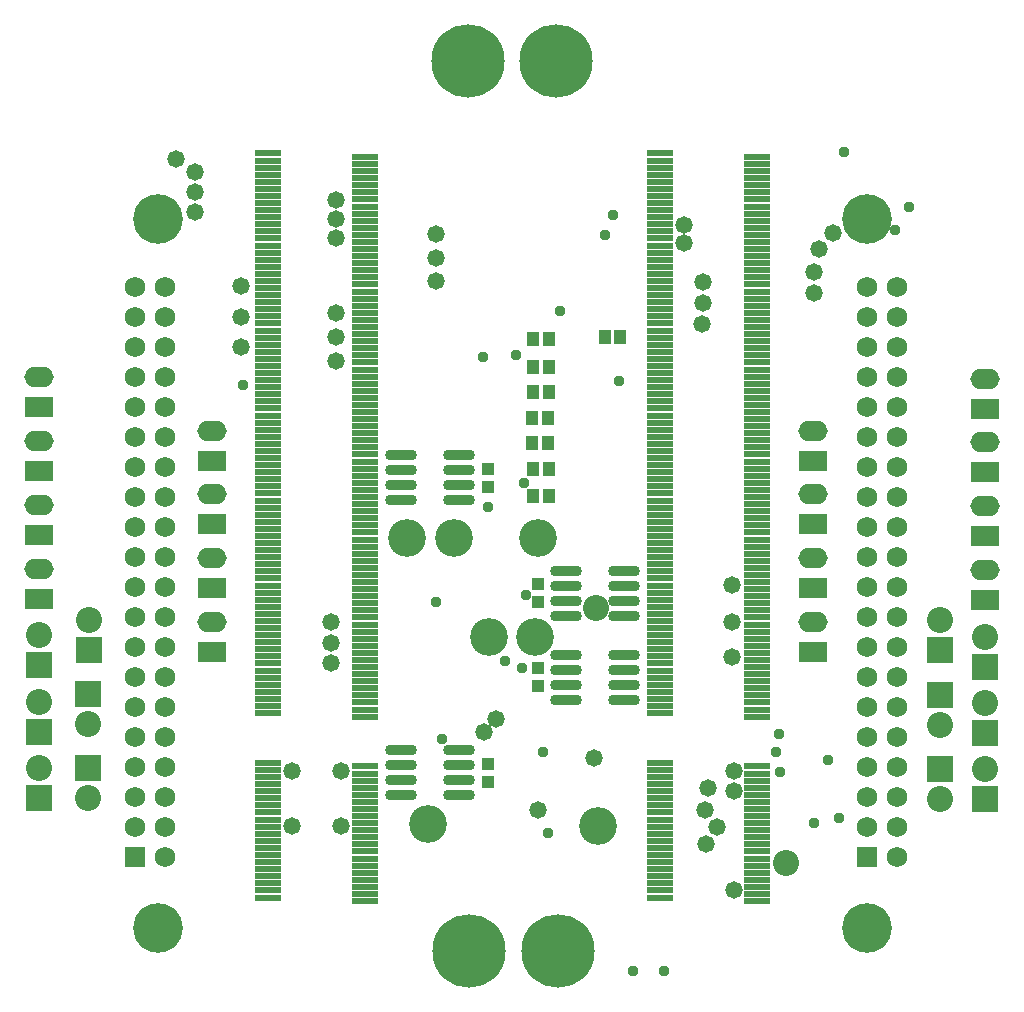
<source format=gts>
G04 Layer_Color=20142*
%FSLAX24Y24*%
%MOIN*%
G70*
G01*
G75*
%ADD804R,0.0887X0.0218*%
%ADD805R,0.0434X0.0474*%
%ADD806O,0.1064X0.0356*%
%ADD807R,0.0400X0.0430*%
%ADD808C,0.2442*%
%ADD809C,0.0867*%
%ADD810R,0.0867X0.0867*%
%ADD811O,0.0980X0.0680*%
%ADD812R,0.0980X0.0680*%
%ADD813C,0.1655*%
%ADD814C,0.0690*%
%ADD815R,0.0690X0.0690*%
%ADD816C,0.1261*%
%ADD817C,0.0375*%
%ADD818C,0.0580*%
D804*
X31772Y22860D02*
D03*
Y23096D02*
D03*
Y23333D02*
D03*
Y23569D02*
D03*
Y23805D02*
D03*
Y24041D02*
D03*
Y24277D02*
D03*
Y24513D02*
D03*
Y24749D02*
D03*
Y24985D02*
D03*
Y25222D02*
D03*
Y25458D02*
D03*
Y25694D02*
D03*
Y25930D02*
D03*
Y26166D02*
D03*
Y26402D02*
D03*
Y26638D02*
D03*
Y26874D02*
D03*
Y27111D02*
D03*
Y27347D02*
D03*
Y27583D02*
D03*
Y27819D02*
D03*
Y28055D02*
D03*
Y28291D02*
D03*
Y28527D02*
D03*
Y28763D02*
D03*
Y29000D02*
D03*
Y29236D02*
D03*
Y29472D02*
D03*
Y29708D02*
D03*
Y29944D02*
D03*
Y30180D02*
D03*
Y30416D02*
D03*
Y30652D02*
D03*
Y30889D02*
D03*
Y31125D02*
D03*
Y31361D02*
D03*
Y31597D02*
D03*
Y31833D02*
D03*
Y32069D02*
D03*
Y32305D02*
D03*
Y32541D02*
D03*
Y32778D02*
D03*
Y33014D02*
D03*
Y33250D02*
D03*
Y33486D02*
D03*
Y33722D02*
D03*
Y33958D02*
D03*
Y34194D02*
D03*
Y34430D02*
D03*
Y34667D02*
D03*
Y34903D02*
D03*
Y35139D02*
D03*
Y35375D02*
D03*
Y35611D02*
D03*
Y35847D02*
D03*
Y36083D02*
D03*
Y36319D02*
D03*
Y36556D02*
D03*
Y36792D02*
D03*
Y37028D02*
D03*
Y37264D02*
D03*
Y37500D02*
D03*
X28543Y20617D02*
D03*
Y20853D02*
D03*
Y21089D02*
D03*
Y21326D02*
D03*
Y21562D02*
D03*
Y21798D02*
D03*
Y22270D02*
D03*
Y22506D02*
D03*
Y22742D02*
D03*
Y22979D02*
D03*
Y23215D02*
D03*
Y23451D02*
D03*
Y23687D02*
D03*
Y23923D02*
D03*
Y24159D02*
D03*
Y24395D02*
D03*
Y24631D02*
D03*
Y24868D02*
D03*
Y25104D02*
D03*
Y25340D02*
D03*
Y25576D02*
D03*
Y25812D02*
D03*
Y26048D02*
D03*
Y26284D02*
D03*
Y26520D02*
D03*
Y26757D02*
D03*
Y26993D02*
D03*
Y27229D02*
D03*
Y27465D02*
D03*
Y27701D02*
D03*
Y27937D02*
D03*
Y28173D02*
D03*
Y28409D02*
D03*
Y28646D02*
D03*
Y28882D02*
D03*
Y29118D02*
D03*
Y29354D02*
D03*
Y29590D02*
D03*
Y30061D02*
D03*
Y30298D02*
D03*
Y30534D02*
D03*
Y30770D02*
D03*
Y31006D02*
D03*
Y31242D02*
D03*
Y31478D02*
D03*
Y31714D02*
D03*
Y31950D02*
D03*
Y32187D02*
D03*
Y32423D02*
D03*
Y32659D02*
D03*
Y32895D02*
D03*
Y33131D02*
D03*
Y33367D02*
D03*
Y33603D02*
D03*
Y33839D02*
D03*
Y34076D02*
D03*
Y34312D02*
D03*
Y34548D02*
D03*
Y34784D02*
D03*
Y35020D02*
D03*
Y35256D02*
D03*
Y35492D02*
D03*
Y35728D02*
D03*
Y35965D02*
D03*
Y36201D02*
D03*
Y36437D02*
D03*
Y36673D02*
D03*
Y36909D02*
D03*
Y37145D02*
D03*
Y37381D02*
D03*
Y37617D02*
D03*
Y22034D02*
D03*
Y29826D02*
D03*
X31772Y20735D02*
D03*
Y20971D02*
D03*
Y21208D02*
D03*
Y21444D02*
D03*
Y21680D02*
D03*
Y21916D02*
D03*
Y22152D02*
D03*
Y22388D02*
D03*
Y22624D02*
D03*
X28543Y20381D02*
D03*
X31772Y20499D02*
D03*
Y20263D02*
D03*
X28543Y20145D02*
D03*
Y19909D02*
D03*
Y19673D02*
D03*
Y19437D02*
D03*
Y19201D02*
D03*
Y18964D02*
D03*
X31772Y20027D02*
D03*
Y19791D02*
D03*
Y19555D02*
D03*
Y19319D02*
D03*
Y19082D02*
D03*
Y18846D02*
D03*
X28543Y17303D02*
D03*
Y17067D02*
D03*
Y16831D02*
D03*
Y16594D02*
D03*
Y16358D02*
D03*
X31772Y17185D02*
D03*
Y16949D02*
D03*
Y16713D02*
D03*
Y16476D02*
D03*
Y16240D02*
D03*
Y16004D02*
D03*
Y15768D02*
D03*
Y15532D02*
D03*
X28543Y16122D02*
D03*
Y15886D02*
D03*
Y15650D02*
D03*
Y15413D02*
D03*
X31772Y15295D02*
D03*
X28543Y15177D02*
D03*
Y14941D02*
D03*
Y14705D02*
D03*
Y14468D02*
D03*
Y14232D02*
D03*
Y13996D02*
D03*
Y13760D02*
D03*
X31772Y15059D02*
D03*
Y14823D02*
D03*
Y14350D02*
D03*
Y14114D02*
D03*
Y13878D02*
D03*
Y13642D02*
D03*
Y13406D02*
D03*
Y13169D02*
D03*
Y12933D02*
D03*
Y14587D02*
D03*
X28543Y13524D02*
D03*
Y13287D02*
D03*
Y13051D02*
D03*
Y12815D02*
D03*
X31772Y12697D02*
D03*
X18701Y22860D02*
D03*
Y23096D02*
D03*
Y23333D02*
D03*
Y23569D02*
D03*
Y23805D02*
D03*
Y24041D02*
D03*
Y24277D02*
D03*
Y24513D02*
D03*
Y24749D02*
D03*
Y24985D02*
D03*
Y25222D02*
D03*
Y25458D02*
D03*
Y25694D02*
D03*
Y25930D02*
D03*
Y26166D02*
D03*
Y26402D02*
D03*
Y26638D02*
D03*
Y26874D02*
D03*
Y27111D02*
D03*
Y27347D02*
D03*
Y27583D02*
D03*
Y27819D02*
D03*
Y28055D02*
D03*
Y28291D02*
D03*
Y28527D02*
D03*
Y28763D02*
D03*
Y29000D02*
D03*
Y29236D02*
D03*
Y29472D02*
D03*
Y29708D02*
D03*
Y29944D02*
D03*
Y30180D02*
D03*
Y30416D02*
D03*
Y30652D02*
D03*
Y30889D02*
D03*
Y31125D02*
D03*
Y31361D02*
D03*
Y31597D02*
D03*
Y31833D02*
D03*
Y32069D02*
D03*
Y32305D02*
D03*
Y32541D02*
D03*
Y32778D02*
D03*
Y33014D02*
D03*
Y33250D02*
D03*
Y33486D02*
D03*
Y33722D02*
D03*
Y33958D02*
D03*
Y34194D02*
D03*
Y34430D02*
D03*
Y34667D02*
D03*
Y34903D02*
D03*
Y35139D02*
D03*
Y35375D02*
D03*
Y35611D02*
D03*
Y35847D02*
D03*
Y36083D02*
D03*
Y36319D02*
D03*
Y36556D02*
D03*
Y36792D02*
D03*
Y37028D02*
D03*
Y37264D02*
D03*
Y37500D02*
D03*
X15472Y20617D02*
D03*
Y20853D02*
D03*
Y21089D02*
D03*
Y21326D02*
D03*
Y21562D02*
D03*
Y21798D02*
D03*
Y22270D02*
D03*
Y22506D02*
D03*
Y22742D02*
D03*
Y22979D02*
D03*
Y23215D02*
D03*
Y23451D02*
D03*
Y23687D02*
D03*
Y23923D02*
D03*
Y24159D02*
D03*
Y24395D02*
D03*
Y24631D02*
D03*
Y24868D02*
D03*
Y25104D02*
D03*
Y25340D02*
D03*
Y25576D02*
D03*
Y25812D02*
D03*
Y26048D02*
D03*
Y26284D02*
D03*
Y26520D02*
D03*
Y26757D02*
D03*
Y26993D02*
D03*
Y27229D02*
D03*
Y27465D02*
D03*
Y27701D02*
D03*
Y27937D02*
D03*
Y28173D02*
D03*
Y28409D02*
D03*
Y28646D02*
D03*
Y28882D02*
D03*
Y29118D02*
D03*
Y29354D02*
D03*
Y29590D02*
D03*
Y30061D02*
D03*
Y30298D02*
D03*
Y30534D02*
D03*
Y30770D02*
D03*
Y31006D02*
D03*
Y31242D02*
D03*
Y31478D02*
D03*
Y31714D02*
D03*
Y31950D02*
D03*
Y32187D02*
D03*
Y32423D02*
D03*
Y32659D02*
D03*
Y32895D02*
D03*
Y33131D02*
D03*
Y33367D02*
D03*
Y33603D02*
D03*
Y33839D02*
D03*
Y34076D02*
D03*
Y34312D02*
D03*
Y34548D02*
D03*
Y34784D02*
D03*
Y35020D02*
D03*
Y35256D02*
D03*
Y35492D02*
D03*
Y35728D02*
D03*
Y35965D02*
D03*
Y36201D02*
D03*
Y36437D02*
D03*
Y36673D02*
D03*
Y36909D02*
D03*
Y37145D02*
D03*
Y37381D02*
D03*
Y37617D02*
D03*
Y22034D02*
D03*
Y29826D02*
D03*
X18701Y20735D02*
D03*
Y20971D02*
D03*
Y21208D02*
D03*
Y21444D02*
D03*
Y21680D02*
D03*
Y21916D02*
D03*
Y22152D02*
D03*
Y22388D02*
D03*
Y22624D02*
D03*
X15472Y20381D02*
D03*
X18701Y20499D02*
D03*
Y20263D02*
D03*
X15472Y20145D02*
D03*
Y19909D02*
D03*
Y19673D02*
D03*
Y19437D02*
D03*
Y19201D02*
D03*
Y18964D02*
D03*
X18701Y20027D02*
D03*
Y19791D02*
D03*
Y19555D02*
D03*
Y19319D02*
D03*
Y19082D02*
D03*
Y18846D02*
D03*
X15472Y17303D02*
D03*
Y17067D02*
D03*
Y16831D02*
D03*
Y16594D02*
D03*
Y16358D02*
D03*
X18701Y17185D02*
D03*
Y16949D02*
D03*
Y16713D02*
D03*
Y16476D02*
D03*
Y16240D02*
D03*
Y16004D02*
D03*
Y15768D02*
D03*
Y15532D02*
D03*
X15472Y16122D02*
D03*
Y15886D02*
D03*
Y15650D02*
D03*
Y15413D02*
D03*
X18701Y15295D02*
D03*
X15472Y15177D02*
D03*
Y14941D02*
D03*
Y14705D02*
D03*
Y14468D02*
D03*
Y14232D02*
D03*
Y13996D02*
D03*
Y13760D02*
D03*
X18701Y15059D02*
D03*
Y14823D02*
D03*
Y14350D02*
D03*
Y14114D02*
D03*
Y13878D02*
D03*
Y13642D02*
D03*
Y13406D02*
D03*
Y13169D02*
D03*
Y12933D02*
D03*
Y14587D02*
D03*
X15472Y13524D02*
D03*
Y13287D02*
D03*
Y13051D02*
D03*
Y12815D02*
D03*
X18701Y12697D02*
D03*
D805*
X24823Y26191D02*
D03*
X24291D02*
D03*
X24833Y27106D02*
D03*
X24301D02*
D03*
X24803Y28809D02*
D03*
X24272D02*
D03*
X24823Y29656D02*
D03*
X24291D02*
D03*
X24833Y30512D02*
D03*
X24301D02*
D03*
X24833Y31437D02*
D03*
X24301D02*
D03*
X27215Y31496D02*
D03*
X26683D02*
D03*
X24803Y27953D02*
D03*
X24272D02*
D03*
D806*
X19902Y27561D02*
D03*
Y27061D02*
D03*
Y26561D02*
D03*
Y26061D02*
D03*
X21831Y27561D02*
D03*
Y27061D02*
D03*
Y26561D02*
D03*
Y26061D02*
D03*
X19902Y17718D02*
D03*
Y17219D02*
D03*
Y16718D02*
D03*
Y16219D02*
D03*
X21831Y17718D02*
D03*
Y17219D02*
D03*
Y16718D02*
D03*
Y16219D02*
D03*
X27343Y19407D02*
D03*
Y19907D02*
D03*
Y20407D02*
D03*
Y20907D02*
D03*
X25413Y19407D02*
D03*
Y19907D02*
D03*
Y20407D02*
D03*
Y20907D02*
D03*
X27343Y22203D02*
D03*
Y22703D02*
D03*
Y23203D02*
D03*
Y23703D02*
D03*
X25413Y22203D02*
D03*
Y22703D02*
D03*
Y23203D02*
D03*
Y23703D02*
D03*
D807*
X22795Y26511D02*
D03*
Y27111D02*
D03*
Y16668D02*
D03*
Y17269D02*
D03*
X24449Y20457D02*
D03*
Y19857D02*
D03*
Y23253D02*
D03*
Y22653D02*
D03*
D808*
X22126Y40709D02*
D03*
X25079D02*
D03*
X22165Y11024D02*
D03*
X25118D02*
D03*
D809*
X37874Y16087D02*
D03*
Y18567D02*
D03*
X9449Y16126D02*
D03*
Y18606D02*
D03*
X37874Y22063D02*
D03*
X9488D02*
D03*
X7835Y19346D02*
D03*
Y17142D02*
D03*
Y21551D02*
D03*
X39370Y21512D02*
D03*
Y19307D02*
D03*
Y17102D02*
D03*
X26388Y22451D02*
D03*
X32736Y13967D02*
D03*
D810*
X37874Y17087D02*
D03*
Y19567D02*
D03*
X9449Y17126D02*
D03*
Y19606D02*
D03*
X37874Y21063D02*
D03*
X9488D02*
D03*
X7835Y18346D02*
D03*
Y16142D02*
D03*
Y20551D02*
D03*
X39370Y20512D02*
D03*
Y18307D02*
D03*
Y16102D02*
D03*
D811*
X7835Y23775D02*
D03*
Y25901D02*
D03*
Y28027D02*
D03*
X39370Y30114D02*
D03*
X7835Y30153D02*
D03*
X13583Y28382D02*
D03*
Y26256D02*
D03*
Y24130D02*
D03*
Y22004D02*
D03*
X33622Y26256D02*
D03*
Y28382D02*
D03*
Y24130D02*
D03*
Y22004D02*
D03*
X39370Y23736D02*
D03*
Y25862D02*
D03*
Y27988D02*
D03*
D812*
X7835Y22775D02*
D03*
Y24901D02*
D03*
Y27027D02*
D03*
X39370Y29114D02*
D03*
X7835Y29153D02*
D03*
X13583Y27382D02*
D03*
Y25256D02*
D03*
Y23130D02*
D03*
Y21004D02*
D03*
X33622Y25256D02*
D03*
Y27382D02*
D03*
Y23130D02*
D03*
Y21004D02*
D03*
X39370Y22736D02*
D03*
Y24862D02*
D03*
Y26988D02*
D03*
D813*
X11811Y35433D02*
D03*
X35433Y11811D02*
D03*
X11811D02*
D03*
X35433Y35433D02*
D03*
D814*
X11024Y33173D02*
D03*
Y32173D02*
D03*
Y31173D02*
D03*
Y30173D02*
D03*
Y29173D02*
D03*
Y28173D02*
D03*
Y27173D02*
D03*
Y26173D02*
D03*
Y25173D02*
D03*
Y24173D02*
D03*
Y23173D02*
D03*
Y22173D02*
D03*
Y21173D02*
D03*
Y20173D02*
D03*
Y19173D02*
D03*
Y18173D02*
D03*
Y17173D02*
D03*
Y16173D02*
D03*
Y15173D02*
D03*
X12024Y33173D02*
D03*
Y32173D02*
D03*
Y31173D02*
D03*
Y30173D02*
D03*
Y29173D02*
D03*
Y28173D02*
D03*
Y27173D02*
D03*
Y26173D02*
D03*
Y25173D02*
D03*
Y24173D02*
D03*
Y23173D02*
D03*
Y22173D02*
D03*
Y21173D02*
D03*
Y20173D02*
D03*
Y19173D02*
D03*
Y18173D02*
D03*
Y17173D02*
D03*
Y16173D02*
D03*
Y15173D02*
D03*
Y14173D02*
D03*
X35433Y33173D02*
D03*
Y32173D02*
D03*
Y31173D02*
D03*
Y30173D02*
D03*
Y29173D02*
D03*
Y28173D02*
D03*
Y27173D02*
D03*
Y26173D02*
D03*
Y25173D02*
D03*
Y24173D02*
D03*
Y23173D02*
D03*
Y22173D02*
D03*
Y21173D02*
D03*
Y20173D02*
D03*
Y19173D02*
D03*
Y18173D02*
D03*
Y17173D02*
D03*
Y16173D02*
D03*
Y15173D02*
D03*
X36433Y33173D02*
D03*
Y32173D02*
D03*
Y31173D02*
D03*
Y30173D02*
D03*
Y29173D02*
D03*
Y28173D02*
D03*
Y27173D02*
D03*
Y26173D02*
D03*
Y25173D02*
D03*
Y24173D02*
D03*
Y23173D02*
D03*
Y22173D02*
D03*
Y21173D02*
D03*
Y20173D02*
D03*
Y19173D02*
D03*
Y18173D02*
D03*
Y17173D02*
D03*
Y16173D02*
D03*
Y15173D02*
D03*
Y14173D02*
D03*
D815*
X11024D02*
D03*
X35433D02*
D03*
D816*
X24370Y21496D02*
D03*
X20108Y24813D02*
D03*
X21654Y24803D02*
D03*
X24449D02*
D03*
X22825Y21496D02*
D03*
X20787Y15276D02*
D03*
X26457Y15197D02*
D03*
D817*
X24637Y17658D02*
D03*
X21280Y18110D02*
D03*
X32531Y17009D02*
D03*
X23376Y20699D02*
D03*
X34675Y37668D02*
D03*
X36378Y35069D02*
D03*
X25197Y32362D02*
D03*
X23740Y30906D02*
D03*
X27165Y30030D02*
D03*
X33681Y15305D02*
D03*
X14636Y29911D02*
D03*
X34124Y17402D02*
D03*
X36841Y35837D02*
D03*
X26978Y35551D02*
D03*
X34508Y15463D02*
D03*
X28671Y10354D02*
D03*
X27638D02*
D03*
X24813Y14970D02*
D03*
X26703Y34892D02*
D03*
X22628Y30817D02*
D03*
X24055Y22884D02*
D03*
X32490Y18258D02*
D03*
X32411Y17657D02*
D03*
X21063Y22657D02*
D03*
X24006Y26622D02*
D03*
X22788Y25849D02*
D03*
X23917Y20463D02*
D03*
D818*
X24450Y15749D02*
D03*
X30118Y16457D02*
D03*
X17559Y21998D02*
D03*
X17549Y20640D02*
D03*
Y21299D02*
D03*
X29941Y31919D02*
D03*
X29961Y33346D02*
D03*
Y32648D02*
D03*
X30935Y20817D02*
D03*
X30945Y21988D02*
D03*
Y23248D02*
D03*
X34291Y34961D02*
D03*
X17717Y34803D02*
D03*
Y35433D02*
D03*
X14567Y33189D02*
D03*
Y31181D02*
D03*
Y32165D02*
D03*
X17717Y36063D02*
D03*
X29331Y34646D02*
D03*
Y35236D02*
D03*
X33661Y32953D02*
D03*
X33819Y34449D02*
D03*
X33661Y33661D02*
D03*
X30984Y13071D02*
D03*
Y17047D02*
D03*
X16260D02*
D03*
X17913D02*
D03*
Y15197D02*
D03*
X16260D02*
D03*
X13032Y35669D02*
D03*
Y36339D02*
D03*
Y37008D02*
D03*
X12402Y37441D02*
D03*
X30984Y16378D02*
D03*
X26339Y17480D02*
D03*
X30039Y15728D02*
D03*
X30433Y15157D02*
D03*
X30079Y14606D02*
D03*
X21063Y34931D02*
D03*
Y34134D02*
D03*
Y33356D02*
D03*
X17717Y32283D02*
D03*
Y31496D02*
D03*
Y30709D02*
D03*
X22667Y18317D02*
D03*
X23081Y18780D02*
D03*
M02*

</source>
